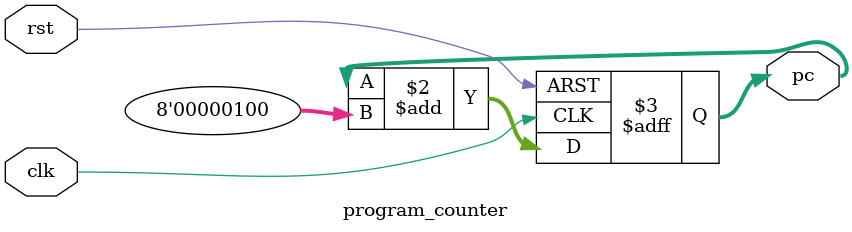
<source format=sv>
module program_counter(clk, rst, pc);

    input logic clk;
    input logic rst;

    output logic [7:0] pc;

    //reg [7:0] pc;

    always_ff @(posedge clk or posedge rst)
    begin
        if (rst)
            pc <= 8'h00;
        else
            pc <= pc + 8'h04;
    end

endmodule

</source>
